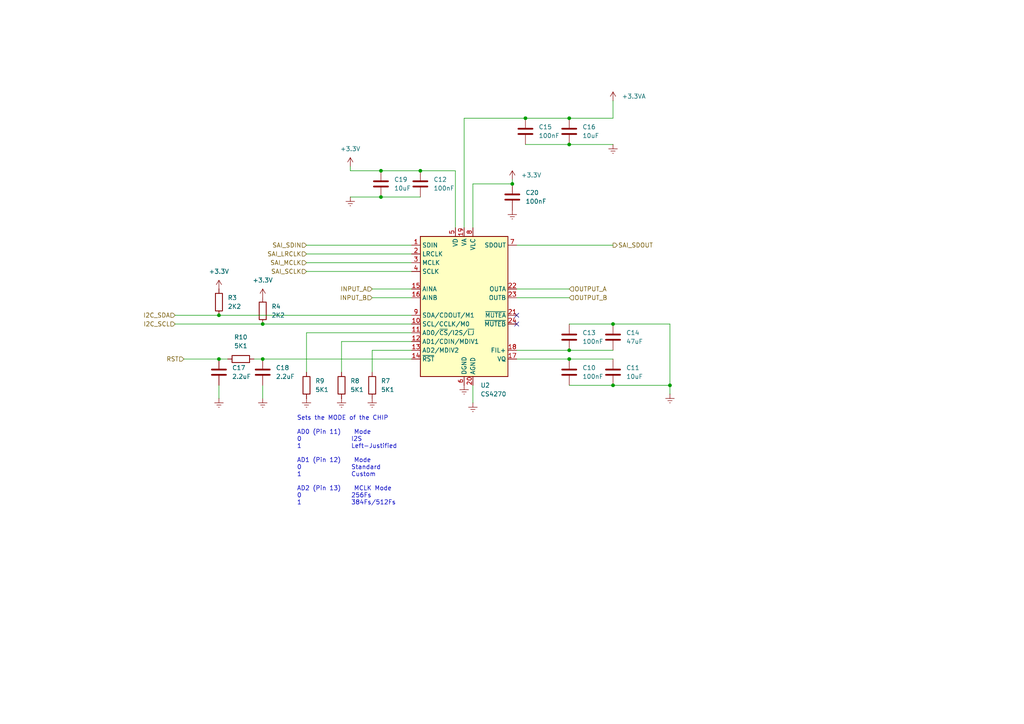
<source format=kicad_sch>
(kicad_sch (version 20231120) (generator "eeschema") (generator_version "8.0")
  (paper "A4")
  (lib_symbols
    (symbol "Audio:CS4270"
      (property "Reference" "U" (at -11.43 21.59 0))
      (property "Value" "CS4270" (at 8.89 21.59 0))
      (symbol "CS4270_0_1"
        (rectangle (start -12.7 20.32) (end 12.7 -20.32) (stroke (width 0.254)) (fill (type background)))
      )
      (symbol "CS4270_1_0"
        (pin input line (at -15.24 17.78 0) (length 2.54) (name "SDIN") (number "1"))
        (pin input line (at -15.24 -5.08 0) (length 2.54) (name "SCL/CCLK/M0") (number "10"))
        (pin input line (at -15.24 -7.62 0) (length 2.54) (name "AD0/~{CS}/I2S/~{LJ}") (number "11"))
        (pin input line (at -15.24 -10.16 0) (length 2.54) (name "AD1/CDIN/MDIV1") (number "12"))
        (pin input line (at -15.24 -12.7 0) (length 2.54) (name "AD2/MDIV2") (number "13"))
        (pin input line (at -15.24 -15.24 0) (length 2.54) (name "~{RST}") (number "14"))
        (pin input line (at -15.24 5.08 0) (length 2.54) (name "AINA") (number "15"))
        (pin input line (at -15.24 2.54 0) (length 2.54) (name "AINB") (number "16"))
        (pin passive line (at 15.24 -15.24 180) (length 2.54) (name "VQ") (number "17"))
        (pin passive line (at 15.24 -12.7 180) (length 2.54) (name "FIL+") (number "18"))
        (pin power_in line (at 0 22.86 270) (length 2.54) (name "VA") (number "19"))
        (pin bidirectional line (at -15.24 15.24 0) (length 2.54) (name "LRCLK") (number "2"))
        (pin power_in line (at 2.54 -22.86 90) (length 2.54) (name "AGND") (number "20"))
        (pin input line (at 15.24 -2.54 180) (length 2.54) (name "~{MUTEA}") (number "21"))
        (pin output line (at 15.24 5.08 180) (length 2.54) (name "OUTA") (number "22"))
        (pin output line (at 15.24 2.54 180) (length 2.54) (name "OUTB") (number "23"))
        (pin input line (at 15.24 -5.08 180) (length 2.54) (name "~{MUTEB}") (number "24"))
        (pin input line (at -15.24 12.7 0) (length 2.54) (name "MCLK") (number "3"))
        (pin bidirectional line (at -15.24 10.16 0) (length 2.54) (name "SCLK") (number "4"))
        (pin power_in line (at -2.54 22.86 270) (length 2.54) (name "VD") (number "5"))
        (pin power_in line (at 0 -22.86 90) (length 2.54) (name "DGND") (number "6"))
        (pin output line (at 15.24 17.78 180) (length 2.54) (name "SDOUT") (number "7"))
        (pin power_in line (at 2.54 22.86 270) (length 2.54) (name "VLC") (number "8"))
        (pin bidirectional line (at -15.24 -2.54 0) (length 2.54) (name "SDA/CDOUT/M1") (number "9"))
      )
    )
    (symbol "Device:C" (pin_numbers hide) (pin_names (offset 0.254))
      (property "Reference" "C" (at 0.635 2.54 0))
      (property "Value" "C" (at 0.635 -2.54 0))
      (symbol "C_0_1"
        (polyline (pts (xy -2.032 -0.762) (xy 2.032 -0.762)) (stroke (width 0.508)))
        (polyline (pts (xy -2.032 0.762) (xy 2.032 0.762)) (stroke (width 0.508)))
      )
      (symbol "C_1_1"
        (pin passive line (at 0 3.81 270) (length 2.794) (name "~") (number "1"))
        (pin passive line (at 0 -3.81 90) (length 2.794) (name "~") (number "2"))
      )
    )
    (symbol "Device:R" (pin_numbers hide) (pin_names (offset 0))
      (property "Reference" "R" (at 2.032 0 90))
      (property "Value" "R" (at 0 0 90))
      (symbol "R_0_1"
        (rectangle (start -1.016 -2.54) (end 1.016 2.54) (stroke (width 0.254)))
      )
      (symbol "R_1_1"
        (pin passive line (at 0 3.81 270) (length 1.27) (name "~") (number "1"))
        (pin passive line (at 0 -3.81 90) (length 1.27) (name "~") (number "2"))
      )
    )
    (symbol "power:+3.3V" (power) (pin_numbers hide) (pin_names (offset 0) hide)
      (property "Value" "+3.3V" (at 0 3.556 0))
      (symbol "+3.3V_0_1"
        (polyline (pts (xy -0.762 1.27) (xy 0 2.54)))
        (polyline (pts (xy 0 0) (xy 0 2.54)))
        (polyline (pts (xy 0 2.54) (xy 0.762 1.27)))
      )
      (symbol "+3.3V_1_1"
        (pin power_in line (at 0 0 90) (length 0) (name "~") (number "1"))
      )
    )
    (symbol "power:GNDREF" (power) (pin_numbers hide) (pin_names (offset 0) hide)
      (property "Value" "GNDREF" (at 0 -3.81 0))
      (symbol "GNDREF_0_1"
        (polyline (pts (xy -0.635 -1.905) (xy 0.635 -1.905)))
        (polyline (pts (xy -0.127 -2.54) (xy 0.127 -2.54)))
        (polyline (pts (xy 0 -1.27) (xy 0 0)))
        (polyline (pts (xy 1.27 -1.27) (xy -1.27 -1.27)))
      )
      (symbol "GNDREF_1_1"
        (pin power_in line (at 0 0 270) (length 0) (name "~") (number "1"))
      )
    )
  )
  (junction (at 165.1 104.14))
  (junction (at 165.1 101.6))
  (junction (at 76.2 93.98))
  (junction (at 177.8 93.98))
  (junction (at 121.92 49.53))
  (junction (at 165.1 41.91))
  (junction (at 194.31 111.76))
  (junction (at 165.1 34.29))
  (junction (at 110.49 57.15))
  (junction (at 177.8 111.76))
  (junction (at 63.5 91.44))
  (junction (at 63.5 104.14))
  (junction (at 152.4 34.29))
  (junction (at 76.2 104.14))
  (junction (at 148.59 53.34))
  (junction (at 110.49 49.53))
  (no_connect (at 149.86 91.44))
  (no_connect (at 149.86 93.98))
  (wire (pts (xy 63.5 91.44) (xy 119.38 91.44)))
  (wire (pts (xy 88.9 78.74) (xy 119.38 78.74)))
  (wire (pts (xy 134.62 34.29) (xy 152.4 34.29)))
  (wire (pts (xy 107.95 86.36) (xy 119.38 86.36)))
  (wire (pts (xy 165.1 41.91) (xy 152.4 41.91)))
  (wire (pts (xy 76.2 93.98) (xy 119.38 93.98)))
  (wire (pts (xy 107.95 107.95) (xy 107.95 101.6)))
  (wire (pts (xy 177.8 41.91) (xy 165.1 41.91)))
  (wire (pts (xy 149.86 71.12) (xy 177.8 71.12)))
  (wire (pts (xy 165.1 93.98) (xy 177.8 93.98)))
  (wire (pts (xy 50.8 93.98) (xy 76.2 93.98)))
  (wire (pts (xy 165.1 104.14) (xy 149.86 104.14)))
  (wire (pts (xy 165.1 101.6) (xy 177.8 101.6)))
  (wire (pts (xy 137.16 116.84) (xy 137.16 111.76)))
  (wire (pts (xy 152.4 34.29) (xy 165.1 34.29)))
  (wire (pts (xy 63.5 104.14) (xy 66.04 104.14)))
  (wire (pts (xy 107.95 101.6) (xy 119.38 101.6)))
  (wire (pts (xy 149.86 101.6) (xy 165.1 101.6)))
  (wire (pts (xy 148.59 52.07) (xy 148.59 53.34)))
  (wire (pts (xy 137.16 53.34) (xy 148.59 53.34)))
  (wire (pts (xy 132.08 49.53) (xy 132.08 66.04)))
  (wire (pts (xy 50.8 91.44) (xy 63.5 91.44)))
  (wire (pts (xy 137.16 53.34) (xy 137.16 66.04)))
  (wire (pts (xy 149.86 86.36) (xy 165.1 86.36)))
  (wire (pts (xy 177.8 34.29) (xy 177.8 29.21)))
  (wire (pts (xy 73.66 104.14) (xy 76.2 104.14)))
  (wire (pts (xy 99.06 99.06) (xy 119.38 99.06)))
  (wire (pts (xy 99.06 99.06) (xy 99.06 107.95)))
  (wire (pts (xy 121.92 57.15) (xy 110.49 57.15)))
  (wire (pts (xy 101.6 57.15) (xy 110.49 57.15)))
  (wire (pts (xy 101.6 48.26) (xy 101.6 49.53)))
  (wire (pts (xy 194.31 111.76) (xy 194.31 93.98)))
  (wire (pts (xy 76.2 104.14) (xy 119.38 104.14)))
  (wire (pts (xy 88.9 71.12) (xy 119.38 71.12)))
  (wire (pts (xy 165.1 34.29) (xy 177.8 34.29)))
  (wire (pts (xy 110.49 49.53) (xy 121.92 49.53)))
  (wire (pts (xy 53.34 104.14) (xy 63.5 104.14)))
  (wire (pts (xy 194.31 114.3) (xy 194.31 111.76)))
  (wire (pts (xy 165.1 83.82) (xy 149.86 83.82)))
  (wire (pts (xy 177.8 111.76) (xy 194.31 111.76)))
  (wire (pts (xy 110.49 49.53) (xy 101.6 49.53)))
  (wire (pts (xy 134.62 34.29) (xy 134.62 66.04)))
  (wire (pts (xy 88.9 96.52) (xy 119.38 96.52)))
  (wire (pts (xy 88.9 96.52) (xy 88.9 107.95)))
  (wire (pts (xy 194.31 93.98) (xy 177.8 93.98)))
  (wire (pts (xy 107.95 83.82) (xy 119.38 83.82)))
  (wire (pts (xy 177.8 111.76) (xy 165.1 111.76)))
  (wire (pts (xy 63.5 115.57) (xy 63.5 111.76)))
  (wire (pts (xy 88.9 76.2) (xy 119.38 76.2)))
  (wire (pts (xy 121.92 49.53) (xy 132.08 49.53)))
  (wire (pts (xy 76.2 115.57) (xy 76.2 111.76)))
  (wire (pts (xy 165.1 104.14) (xy 177.8 104.14)))
  (wire (pts (xy 88.9 73.66) (xy 119.38 73.66)))
  (text "Sets the MODE of the CHIP\n\nAD0 (Pin 11)    Mode\n0               I2S\n1               Left-Justified\n\nAD1 (Pin 12)    Mode\n0               Standard\n1               Custom\n\nAD2 (Pin 13)    MCLK Mode\n0               256Fs\n1               384Fs/512Fs" (at 86.106 133.604 0) (effects (font (size 1.27 1.27)) (justify left)))
  (hierarchical_label "RST" (shape input) (at 53.34 104.14 180))
  (hierarchical_label "SAI_LRCLK" (shape input) (at 88.9 73.66 180))
  (hierarchical_label "INPUT_A" (shape input) (at 107.95 83.82 180))
  (hierarchical_label "I2C_SDA" (shape input) (at 50.8 91.44 180))
  (hierarchical_label "SAI_SCLK" (shape input) (at 88.9 78.74 180))
  (hierarchical_label "SAI_SDIN" (shape input) (at 88.9 71.12 180))
  (hierarchical_label "I2C_SCL" (shape input) (at 50.8 93.98 180))
  (hierarchical_label "OUTPUT_A" (shape input) (at 165.1 83.82 0))
  (hierarchical_label "OUTPUT_B" (shape input) (at 165.1 86.36 0))
  (hierarchical_label "SAI_SDOUT" (shape output) (at 177.8 71.12 0))
  (hierarchical_label "SAI_MCLK" (shape input) (at 88.9 76.2 180))
  (hierarchical_label "INPUT_B" (shape input) (at 107.95 86.36 180))
  (symbol (lib_id "power:GNDREF") (at 101.6 57.15 0) (unit 1)
    (property "Reference" "#PWR026" (effects (hide yes)))
    (property "Value" "GNDREF" (effects (hide yes)))
    (property "Description" "Power symbol creates a global label with name \"GNDREF\" , reference supply ground" (effects (hide yes)))
  )
  (symbol (lib_id "power:+3.3V") (at 76.2 86.36 0) (unit 1)
    (property "Reference" "#PWR029" (effects (hide yes)))
    (property "Value" "+3.3V" (at 76.2 81.28 0))
    (property "Description" "Power symbol creates a global label with name \"+3.3V\"" (effects (hide yes)))
  )
  (symbol (lib_id "power:GNDREF") (at 107.95 115.57 0) (unit 1)
    (property "Reference" "#PWR033" (effects (hide yes)))
    (property "Value" "GNDREF" (effects (hide yes)))
    (property "Description" "Power symbol creates a global label with name \"GNDREF\" , reference supply ground" (effects (hide yes)))
  )
  (symbol (lib_id "Device:R") (at 99.06 111.76 180) (unit 1)
    (property "Reference" "R8" (at 101.6 110.4899 0) (effects (justify right)))
    (property "Value" "5K1" (at 101.6 113.0299 0) (effects (justify right)))
    (property "Footprint" "Resistor_SMD:R_0805_2012Metric_Pad1.20x1.40mm_HandSolder" (effects (hide yes)))
    (property "Description" "Resistor" (effects (hide yes)))
  )
  (symbol (lib_id "power:+3.3V") (at 63.5 83.82 0) (unit 1)
    (property "Reference" "#PWR024" (effects (hide yes)))
    (property "Value" "+3.3V" (at 63.5 78.74 0))
    (property "Description" "Power symbol creates a global label with name \"+3.3V\"" (effects (hide yes)))
  )
  (symbol (lib_id "Device:C") (at 177.8 107.95 0) (unit 1)
    (property "Reference" "C11" (at 181.61 106.6799 0) (effects (justify left)))
    (property "Value" "10uF" (at 181.61 109.2199 0) (effects (justify left)))
    (property "Footprint" "Capacitor_SMD:C_0805_2012Metric_Pad1.18x1.45mm_HandSolder" (effects (hide yes)))
    (property "Description" "Unpolarized capacitor" (effects (hide yes)))
  )
  (symbol (lib_id "power:GNDREF") (at 63.5 115.57 0) (unit 1)
    (property "Reference" "#PWR038" (effects (hide yes)))
    (property "Value" "GNDREF" (effects (hide yes)))
    (property "Description" "Power symbol creates a global label with name \"GNDREF\" , reference supply ground" (effects (hide yes)))
  )
  (symbol (lib_id "Device:C") (at 177.8 97.79 0) (unit 1)
    (property "Reference" "C14" (at 181.61 96.5199 0) (effects (justify left)))
    (property "Value" "47uF" (at 181.61 99.0599 0) (effects (justify left)))
    (property "Footprint" "Capacitor_SMD:C_0805_2012Metric_Pad1.18x1.45mm_HandSolder" (effects (hide yes)))
    (property "Description" "Unpolarized capacitor" (effects (hide yes)))
  )
  (symbol (lib_id "power:+3.3V") (at 177.8 29.21 0) (unit 1)
    (property "Reference" "#PWR017" (effects (hide yes)))
    (property "Value" "+3.3VA" (at 180.34 27.9399 0) (effects (justify left)))
    (property "Description" "Power symbol creates a global label with name \"+3.3V\"" (effects (hide yes)))
  )
  (symbol (lib_id "Audio:CS4270") (at 134.62 88.9 0) (unit 1)
    (property "Reference" "U2" (at 139.3541 111.76 0) (effects (justify left)))
    (property "Value" "CS4270" (at 139.3541 114.3 0) (effects (justify left)))
    (property "Footprint" "Package_SO:TSSOP-24_4.4x7.8mm_P0.65mm" (effects (hide yes)))
    (property "Datasheet" "https://statics.cirrus.com/pubs/proDatasheet/CS4270_F1.pdf" (effects (hide yes)))
    (property "Description" "24-Bit, 192-kHz Stereo Audio CODEC, TSSOP-24" (effects (hide yes)))
  )
  (symbol (lib_id "power:GNDREF") (at 99.06 115.57 0) (unit 1)
    (property "Reference" "#PWR034" (effects (hide yes)))
    (property "Value" "GNDREF" (effects (hide yes)))
    (property "Description" "Power symbol creates a global label with name \"GNDREF\" , reference supply ground" (effects (hide yes)))
  )
  (symbol (lib_id "power:GNDREF") (at 137.16 116.84 0) (unit 1)
    (property "Reference" "#PWR019" (effects (hide yes)))
    (property "Value" "GNDREF" (effects (hide yes)))
    (property "Description" "Power symbol creates a global label with name \"GNDREF\" , reference supply ground" (effects (hide yes)))
  )
  (symbol (lib_id "power:GNDREF") (at 88.9 115.57 0) (unit 1)
    (property "Reference" "#PWR036" (effects (hide yes)))
    (property "Value" "GNDREF" (effects (hide yes)))
    (property "Description" "Power symbol creates a global label with name \"GNDREF\" , reference supply ground" (effects (hide yes)))
  )
  (symbol (lib_id "Device:C") (at 121.92 53.34 0) (unit 1)
    (property "Reference" "C12" (at 125.73 52.0699 0) (effects (justify left)))
    (property "Value" "100nF" (at 125.73 54.6099 0) (effects (justify left)))
    (property "Footprint" "Capacitor_SMD:C_0805_2012Metric_Pad1.18x1.45mm_HandSolder" (effects (hide yes)))
    (property "Description" "Unpolarized capacitor" (effects (hide yes)))
  )
  (symbol (lib_id "Device:R") (at 63.5 87.63 0) (unit 1)
    (property "Reference" "R3" (at 66.04 86.3599 0) (effects (justify left)))
    (property "Value" "2K2" (at 66.04 88.8999 0) (effects (justify left)))
    (property "Footprint" "Resistor_SMD:R_0805_2012Metric_Pad1.20x1.40mm_HandSolder" (effects (hide yes)))
    (property "Description" "Resistor" (effects (hide yes)))
  )
  (symbol (lib_id "Device:R") (at 107.95 111.76 180) (unit 1)
    (property "Reference" "R7" (at 110.49 110.4899 0) (effects (justify right)))
    (property "Value" "5K1" (at 110.49 113.0299 0) (effects (justify right)))
    (property "Footprint" "Resistor_SMD:R_0805_2012Metric_Pad1.20x1.40mm_HandSolder" (effects (hide yes)))
    (property "Description" "Resistor" (effects (hide yes)))
  )
  (symbol (lib_id "Device:C") (at 110.49 53.34 0) (unit 1)
    (property "Reference" "C19" (at 114.3 52.0699 0) (effects (justify left)))
    (property "Value" "10uF" (at 114.3 54.6099 0) (effects (justify left)))
    (property "Footprint" "Capacitor_SMD:C_0805_2012Metric_Pad1.18x1.45mm_HandSolder" (effects (hide yes)))
    (property "Description" "Unpolarized capacitor" (effects (hide yes)))
  )
  (symbol (lib_id "Device:C") (at 165.1 97.79 0) (unit 1)
    (property "Reference" "C13" (at 168.91 96.5199 0) (effects (justify left)))
    (property "Value" "100nF" (at 168.91 99.0599 0) (effects (justify left)))
    (property "Footprint" "Capacitor_SMD:C_0805_2012Metric_Pad1.18x1.45mm_HandSolder" (effects (hide yes)))
    (property "Description" "Unpolarized capacitor" (effects (hide yes)))
  )
  (symbol (lib_id "Device:C") (at 165.1 107.95 0) (unit 1)
    (property "Reference" "C10" (at 168.91 106.6799 0) (effects (justify left)))
    (property "Value" "100nF" (at 168.91 109.2199 0) (effects (justify left)))
    (property "Footprint" "Capacitor_SMD:C_0805_2012Metric_Pad1.18x1.45mm_HandSolder" (effects (hide yes)))
    (property "Description" "Unpolarized capacitor" (effects (hide yes)))
  )
  (symbol (lib_id "Device:R") (at 88.9 111.76 180) (unit 1)
    (property "Reference" "R9" (at 91.44 110.4899 0) (effects (justify right)))
    (property "Value" "5K1" (at 91.44 113.0299 0) (effects (justify right)))
    (property "Footprint" "Resistor_SMD:R_0805_2012Metric_Pad1.20x1.40mm_HandSolder" (effects (hide yes)))
    (property "Description" "Resistor" (effects (hide yes)))
  )
  (symbol (lib_id "power:GNDREF") (at 134.62 111.76 0) (unit 1)
    (property "Reference" "#PWR021" (effects (hide yes)))
    (property "Value" "GNDREF" (effects (hide yes)))
    (property "Description" "Power symbol creates a global label with name \"GNDREF\" , reference supply ground" (effects (hide yes)))
  )
  (symbol (lib_id "Device:R") (at 76.2 90.17 180) (unit 1)
    (property "Reference" "R4" (at 78.74 88.8999 0) (effects (justify right)))
    (property "Value" "2K2" (at 78.74 91.4399 0) (effects (justify right)))
    (property "Footprint" "Resistor_SMD:R_0805_2012Metric_Pad1.20x1.40mm_HandSolder" (effects (hide yes)))
    (property "Description" "Resistor" (effects (hide yes)))
  )
  (symbol (lib_id "power:GNDREF") (at 194.31 114.3 0) (unit 1)
    (property "Reference" "#PWR028" (effects (hide yes)))
    (property "Value" "GNDREF" (effects (hide yes)))
    (property "Description" "Power symbol creates a global label with name \"GNDREF\" , reference supply ground" (effects (hide yes)))
  )
  (symbol (lib_id "power:GNDREF") (at 148.59 60.96 0) (unit 1)
    (property "Reference" "#PWR027" (effects (hide yes)))
    (property "Value" "GNDREF" (effects (hide yes)))
    (property "Description" "Power symbol creates a global label with name \"GNDREF\" , reference supply ground" (effects (hide yes)))
  )
  (symbol (lib_id "Device:C") (at 148.59 57.15 0) (unit 1)
    (property "Reference" "C20" (at 152.4 55.8799 0) (effects (justify left)))
    (property "Value" "100nF" (at 152.4 58.4199 0) (effects (justify left)))
    (property "Footprint" "Capacitor_SMD:C_0805_2012Metric_Pad1.18x1.45mm_HandSolder" (effects (hide yes)))
    (property "Description" "Unpolarized capacitor" (effects (hide yes)))
  )
  (symbol (lib_id "Device:C") (at 165.1 38.1 0) (unit 1)
    (property "Reference" "C16" (at 168.91 36.8299 0) (effects (justify left)))
    (property "Value" "10uF" (at 168.91 39.3699 0) (effects (justify left)))
    (property "Footprint" "Capacitor_SMD:C_0805_2012Metric_Pad1.18x1.45mm_HandSolder" (effects (hide yes)))
    (property "Description" "Unpolarized capacitor" (effects (hide yes)))
  )
  (symbol (lib_id "power:GNDREF") (at 177.8 41.91 0) (unit 1)
    (property "Reference" "#PWR032" (effects (hide yes)))
    (property "Value" "GNDREF" (effects (hide yes)))
    (property "Description" "Power symbol creates a global label with name \"GNDREF\" , reference supply ground" (effects (hide yes)))
  )
  (symbol (lib_id "Device:C") (at 76.2 107.95 0) (unit 1)
    (property "Reference" "C18" (at 80.01 106.6799 0) (effects (justify left)))
    (property "Value" "2.2uF" (at 80.01 109.2199 0) (effects (justify left)))
    (property "Footprint" "Capacitor_SMD:C_0805_2012Metric_Pad1.18x1.45mm_HandSolder" (effects (hide yes)))
    (property "Description" "Unpolarized capacitor" (effects (hide yes)))
  )
  (symbol (lib_id "Device:R") (at 69.85 104.14 270) (unit 1)
    (property "Reference" "R10" (at 69.85 97.79 90))
    (property "Value" "5K1" (at 69.85 100.33 90))
    (property "Footprint" "Resistor_SMD:R_0805_2012Metric_Pad1.20x1.40mm_HandSolder" (effects (hide yes)))
    (property "Description" "Resistor" (effects (hide yes)))
  )
  (symbol (lib_id "Device:C") (at 152.4 38.1 0) (unit 1)
    (property "Reference" "C15" (at 156.21 36.8299 0) (effects (justify left)))
    (property "Value" "100nF" (at 156.21 39.3699 0) (effects (justify left)))
    (property "Footprint" "Capacitor_SMD:C_0805_2012Metric_Pad1.18x1.45mm_HandSolder" (effects (hide yes)))
    (property "Description" "Unpolarized capacitor" (effects (hide yes)))
  )
  (symbol (lib_id "Device:C") (at 63.5 107.95 0) (unit 1)
    (property "Reference" "C17" (at 67.31 106.6799 0) (effects (justify left)))
    (property "Value" "2.2uF" (at 67.31 109.2199 0) (effects (justify left)))
    (property "Footprint" "Capacitor_SMD:C_0805_2012Metric_Pad1.18x1.45mm_HandSolder" (effects (hide yes)))
    (property "Description" "Unpolarized capacitor" (effects (hide yes)))
  )
  (symbol (lib_id "power:+3.3V") (at 148.59 52.07 0) (unit 1)
    (property "Reference" "#PWR023" (effects (hide yes)))
    (property "Value" "+3.3V" (at 151.13 50.7999 0) (effects (justify left)))
    (property "Description" "Power symbol creates a global label with name \"+3.3V\"" (effects (hide yes)))
  )
  (symbol (lib_id "power:GNDREF") (at 76.2 115.57 0) (unit 1)
    (property "Reference" "#PWR037" (effects (hide yes)))
    (property "Value" "GNDREF" (effects (hide yes)))
    (property "Description" "Power symbol creates a global label with name \"GNDREF\" , reference supply ground" (effects (hide yes)))
  )
  (symbol (lib_id "power:+3.3V") (at 101.6 48.26 0) (unit 1)
    (property "Reference" "#PWR016" (effects (hide yes)))
    (property "Value" "+3.3V" (at 101.6 43.18 0))
    (property "Description" "Power symbol creates a global label with name \"+3.3V\"" (effects (hide yes)))
  )
)
</source>
